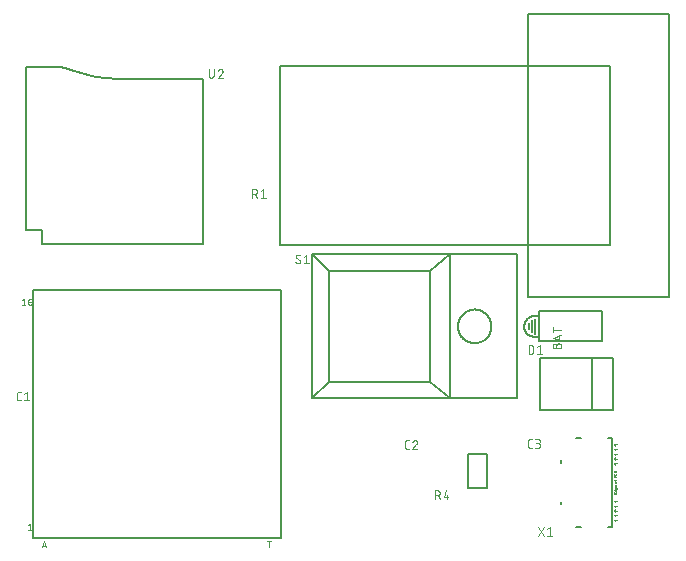
<source format=gbr>
G04 EAGLE Gerber RS-274X export*
G75*
%MOMM*%
%FSLAX34Y34*%
%LPD*%
%INSilkscreen Top*%
%IPPOS*%
%AMOC8*
5,1,8,0,0,1.08239X$1,22.5*%
G01*
%ADD10C,0.127000*%
%ADD11C,0.076200*%
%ADD12C,0.203200*%
%ADD13C,0.101600*%
%ADD14C,0.038100*%
%ADD15C,0.025400*%
%ADD16C,0.152400*%


D10*
X227320Y213604D02*
X17320Y213604D01*
X17320Y3604D01*
X227320Y3604D01*
X227320Y213604D01*
D11*
X26670Y1143D02*
X24892Y-4191D01*
X28448Y-4191D02*
X26670Y1143D01*
X28004Y-2858D02*
X25337Y-2858D01*
X217170Y-4191D02*
X217170Y1143D01*
X215688Y1143D02*
X218652Y1143D01*
X14647Y15621D02*
X13166Y14436D01*
X14647Y15621D02*
X14647Y10287D01*
X13166Y10287D02*
X16129Y10287D01*
X7679Y204936D02*
X9161Y206121D01*
X9161Y200787D01*
X7679Y200787D02*
X10643Y200787D01*
X13166Y203750D02*
X14944Y203750D01*
X15010Y203748D01*
X15077Y203743D01*
X15142Y203733D01*
X15208Y203720D01*
X15272Y203704D01*
X15335Y203684D01*
X15397Y203660D01*
X15458Y203633D01*
X15517Y203602D01*
X15574Y203568D01*
X15630Y203531D01*
X15683Y203491D01*
X15734Y203449D01*
X15782Y203403D01*
X15828Y203355D01*
X15870Y203304D01*
X15910Y203251D01*
X15947Y203195D01*
X15981Y203138D01*
X16012Y203079D01*
X16039Y203018D01*
X16063Y202956D01*
X16083Y202893D01*
X16099Y202829D01*
X16112Y202763D01*
X16122Y202698D01*
X16127Y202631D01*
X16129Y202565D01*
X16129Y202269D01*
X16127Y202193D01*
X16121Y202117D01*
X16111Y202041D01*
X16098Y201966D01*
X16080Y201892D01*
X16059Y201818D01*
X16034Y201746D01*
X16005Y201676D01*
X15973Y201606D01*
X15937Y201539D01*
X15897Y201474D01*
X15855Y201410D01*
X15809Y201349D01*
X15760Y201291D01*
X15708Y201235D01*
X15654Y201181D01*
X15596Y201131D01*
X15537Y201084D01*
X15474Y201039D01*
X15410Y200998D01*
X15344Y200961D01*
X15275Y200927D01*
X15205Y200896D01*
X15134Y200869D01*
X15061Y200846D01*
X14987Y200827D01*
X14913Y200811D01*
X14837Y200799D01*
X14761Y200791D01*
X14685Y200787D01*
X14609Y200787D01*
X14533Y200791D01*
X14457Y200799D01*
X14381Y200811D01*
X14307Y200827D01*
X14233Y200846D01*
X14160Y200869D01*
X14089Y200896D01*
X14019Y200927D01*
X13950Y200961D01*
X13884Y200998D01*
X13820Y201039D01*
X13757Y201084D01*
X13698Y201131D01*
X13640Y201181D01*
X13586Y201235D01*
X13534Y201291D01*
X13485Y201349D01*
X13439Y201410D01*
X13397Y201474D01*
X13357Y201539D01*
X13321Y201606D01*
X13289Y201676D01*
X13260Y201746D01*
X13235Y201818D01*
X13214Y201892D01*
X13196Y201966D01*
X13183Y202041D01*
X13173Y202117D01*
X13167Y202193D01*
X13165Y202269D01*
X13166Y202269D02*
X13166Y203750D01*
X13165Y203750D02*
X13167Y203845D01*
X13173Y203941D01*
X13182Y204036D01*
X13196Y204130D01*
X13213Y204224D01*
X13234Y204317D01*
X13259Y204410D01*
X13287Y204501D01*
X13319Y204591D01*
X13355Y204679D01*
X13394Y204766D01*
X13437Y204852D01*
X13483Y204935D01*
X13532Y205017D01*
X13585Y205097D01*
X13641Y205174D01*
X13699Y205250D01*
X13761Y205322D01*
X13826Y205392D01*
X13894Y205460D01*
X13964Y205525D01*
X14036Y205587D01*
X14112Y205645D01*
X14189Y205701D01*
X14269Y205754D01*
X14350Y205803D01*
X14434Y205849D01*
X14520Y205892D01*
X14607Y205931D01*
X14695Y205967D01*
X14785Y205999D01*
X14876Y206027D01*
X14969Y206052D01*
X15062Y206073D01*
X15156Y206090D01*
X15250Y206104D01*
X15345Y206113D01*
X15440Y206119D01*
X15536Y206121D01*
D12*
X370009Y243881D02*
X426909Y243881D01*
X370009Y243881D02*
X253811Y243881D01*
X253811Y121879D01*
X370009Y121879D01*
X426909Y121879D01*
X426909Y243881D01*
X370009Y243881D02*
X370009Y121879D01*
X353060Y229870D02*
X370009Y243881D01*
X353060Y229870D02*
X353060Y135890D01*
X370009Y121879D01*
X267970Y229870D02*
X253811Y243881D01*
X267970Y229870D02*
X267970Y135890D01*
X253811Y121879D01*
X267970Y135890D02*
X353060Y135890D01*
X353060Y229870D02*
X267970Y229870D01*
X376961Y182880D02*
X376965Y183228D01*
X376978Y183577D01*
X376999Y183925D01*
X377029Y184272D01*
X377068Y184618D01*
X377115Y184963D01*
X377170Y185307D01*
X377234Y185650D01*
X377306Y185991D01*
X377387Y186330D01*
X377475Y186667D01*
X377572Y187002D01*
X377678Y187334D01*
X377791Y187663D01*
X377912Y187990D01*
X378042Y188314D01*
X378179Y188634D01*
X378324Y188951D01*
X378477Y189264D01*
X378638Y189573D01*
X378806Y189879D01*
X378981Y190180D01*
X379164Y190476D01*
X379354Y190769D01*
X379551Y191056D01*
X379755Y191338D01*
X379966Y191616D01*
X380184Y191888D01*
X380408Y192154D01*
X380639Y192415D01*
X380876Y192671D01*
X381120Y192920D01*
X381369Y193164D01*
X381625Y193401D01*
X381886Y193632D01*
X382152Y193856D01*
X382424Y194074D01*
X382702Y194285D01*
X382984Y194489D01*
X383271Y194686D01*
X383564Y194876D01*
X383860Y195059D01*
X384161Y195234D01*
X384467Y195402D01*
X384776Y195563D01*
X385089Y195716D01*
X385406Y195861D01*
X385726Y195998D01*
X386050Y196128D01*
X386377Y196249D01*
X386706Y196362D01*
X387038Y196468D01*
X387373Y196565D01*
X387710Y196653D01*
X388049Y196734D01*
X388390Y196806D01*
X388733Y196870D01*
X389077Y196925D01*
X389422Y196972D01*
X389768Y197011D01*
X390115Y197041D01*
X390463Y197062D01*
X390812Y197075D01*
X391160Y197079D01*
X391508Y197075D01*
X391857Y197062D01*
X392205Y197041D01*
X392552Y197011D01*
X392898Y196972D01*
X393243Y196925D01*
X393587Y196870D01*
X393930Y196806D01*
X394271Y196734D01*
X394610Y196653D01*
X394947Y196565D01*
X395282Y196468D01*
X395614Y196362D01*
X395943Y196249D01*
X396270Y196128D01*
X396594Y195998D01*
X396914Y195861D01*
X397231Y195716D01*
X397544Y195563D01*
X397853Y195402D01*
X398159Y195234D01*
X398460Y195059D01*
X398756Y194876D01*
X399049Y194686D01*
X399336Y194489D01*
X399618Y194285D01*
X399896Y194074D01*
X400168Y193856D01*
X400434Y193632D01*
X400695Y193401D01*
X400951Y193164D01*
X401200Y192920D01*
X401444Y192671D01*
X401681Y192415D01*
X401912Y192154D01*
X402136Y191888D01*
X402354Y191616D01*
X402565Y191338D01*
X402769Y191056D01*
X402966Y190769D01*
X403156Y190476D01*
X403339Y190180D01*
X403514Y189879D01*
X403682Y189573D01*
X403843Y189264D01*
X403996Y188951D01*
X404141Y188634D01*
X404278Y188314D01*
X404408Y187990D01*
X404529Y187663D01*
X404642Y187334D01*
X404748Y187002D01*
X404845Y186667D01*
X404933Y186330D01*
X405014Y185991D01*
X405086Y185650D01*
X405150Y185307D01*
X405205Y184963D01*
X405252Y184618D01*
X405291Y184272D01*
X405321Y183925D01*
X405342Y183577D01*
X405355Y183228D01*
X405359Y182880D01*
X405355Y182532D01*
X405342Y182183D01*
X405321Y181835D01*
X405291Y181488D01*
X405252Y181142D01*
X405205Y180797D01*
X405150Y180453D01*
X405086Y180110D01*
X405014Y179769D01*
X404933Y179430D01*
X404845Y179093D01*
X404748Y178758D01*
X404642Y178426D01*
X404529Y178097D01*
X404408Y177770D01*
X404278Y177446D01*
X404141Y177126D01*
X403996Y176809D01*
X403843Y176496D01*
X403682Y176187D01*
X403514Y175881D01*
X403339Y175580D01*
X403156Y175284D01*
X402966Y174991D01*
X402769Y174704D01*
X402565Y174422D01*
X402354Y174144D01*
X402136Y173872D01*
X401912Y173606D01*
X401681Y173345D01*
X401444Y173089D01*
X401200Y172840D01*
X400951Y172596D01*
X400695Y172359D01*
X400434Y172128D01*
X400168Y171904D01*
X399896Y171686D01*
X399618Y171475D01*
X399336Y171271D01*
X399049Y171074D01*
X398756Y170884D01*
X398460Y170701D01*
X398159Y170526D01*
X397853Y170358D01*
X397544Y170197D01*
X397231Y170044D01*
X396914Y169899D01*
X396594Y169762D01*
X396270Y169632D01*
X395943Y169511D01*
X395614Y169398D01*
X395282Y169292D01*
X394947Y169195D01*
X394610Y169107D01*
X394271Y169026D01*
X393930Y168954D01*
X393587Y168890D01*
X393243Y168835D01*
X392898Y168788D01*
X392552Y168749D01*
X392205Y168719D01*
X391857Y168698D01*
X391508Y168685D01*
X391160Y168681D01*
X390812Y168685D01*
X390463Y168698D01*
X390115Y168719D01*
X389768Y168749D01*
X389422Y168788D01*
X389077Y168835D01*
X388733Y168890D01*
X388390Y168954D01*
X388049Y169026D01*
X387710Y169107D01*
X387373Y169195D01*
X387038Y169292D01*
X386706Y169398D01*
X386377Y169511D01*
X386050Y169632D01*
X385726Y169762D01*
X385406Y169899D01*
X385089Y170044D01*
X384776Y170197D01*
X384467Y170358D01*
X384161Y170526D01*
X383860Y170701D01*
X383564Y170884D01*
X383271Y171074D01*
X382984Y171271D01*
X382702Y171475D01*
X382424Y171686D01*
X382152Y171904D01*
X381886Y172128D01*
X381625Y172359D01*
X381369Y172596D01*
X381120Y172840D01*
X380876Y173089D01*
X380639Y173345D01*
X380408Y173606D01*
X380184Y173872D01*
X379966Y174144D01*
X379755Y174422D01*
X379551Y174704D01*
X379354Y174991D01*
X379164Y175284D01*
X378981Y175580D01*
X378806Y175881D01*
X378638Y176187D01*
X378477Y176496D01*
X378324Y176809D01*
X378179Y177126D01*
X378042Y177446D01*
X377912Y177770D01*
X377791Y178097D01*
X377678Y178426D01*
X377572Y178758D01*
X377475Y179093D01*
X377387Y179430D01*
X377306Y179769D01*
X377234Y180110D01*
X377170Y180453D01*
X377115Y180797D01*
X377068Y181142D01*
X377029Y181488D01*
X376999Y181835D01*
X376978Y182183D01*
X376965Y182532D01*
X376961Y182880D01*
D11*
X243487Y237730D02*
X243485Y237652D01*
X243480Y237574D01*
X243470Y237497D01*
X243457Y237420D01*
X243441Y237344D01*
X243421Y237269D01*
X243397Y237195D01*
X243370Y237122D01*
X243339Y237050D01*
X243305Y236980D01*
X243268Y236912D01*
X243227Y236845D01*
X243183Y236780D01*
X243137Y236718D01*
X243087Y236658D01*
X243035Y236600D01*
X242980Y236545D01*
X242922Y236493D01*
X242862Y236443D01*
X242800Y236397D01*
X242735Y236353D01*
X242669Y236312D01*
X242600Y236275D01*
X242530Y236241D01*
X242458Y236210D01*
X242385Y236183D01*
X242311Y236159D01*
X242236Y236139D01*
X242160Y236123D01*
X242083Y236110D01*
X242006Y236100D01*
X241928Y236095D01*
X241850Y236093D01*
X241736Y236095D01*
X241623Y236100D01*
X241509Y236110D01*
X241396Y236123D01*
X241284Y236140D01*
X241172Y236160D01*
X241061Y236184D01*
X240950Y236212D01*
X240841Y236243D01*
X240733Y236278D01*
X240626Y236317D01*
X240520Y236359D01*
X240416Y236404D01*
X240313Y236453D01*
X240212Y236506D01*
X240113Y236561D01*
X240015Y236620D01*
X239920Y236682D01*
X239827Y236747D01*
X239735Y236815D01*
X239647Y236886D01*
X239560Y236960D01*
X239476Y237037D01*
X239395Y237116D01*
X239599Y241822D02*
X239601Y241900D01*
X239606Y241978D01*
X239616Y242055D01*
X239629Y242132D01*
X239645Y242208D01*
X239665Y242283D01*
X239689Y242357D01*
X239716Y242430D01*
X239747Y242502D01*
X239781Y242572D01*
X239818Y242641D01*
X239859Y242707D01*
X239903Y242772D01*
X239949Y242834D01*
X239999Y242894D01*
X240051Y242952D01*
X240106Y243007D01*
X240164Y243059D01*
X240224Y243109D01*
X240286Y243155D01*
X240351Y243199D01*
X240418Y243240D01*
X240486Y243277D01*
X240556Y243311D01*
X240628Y243342D01*
X240701Y243369D01*
X240775Y243393D01*
X240850Y243413D01*
X240926Y243429D01*
X241003Y243442D01*
X241080Y243452D01*
X241158Y243457D01*
X241236Y243459D01*
X241346Y243457D01*
X241455Y243451D01*
X241565Y243441D01*
X241673Y243428D01*
X241782Y243410D01*
X241889Y243389D01*
X241996Y243363D01*
X242102Y243334D01*
X242207Y243302D01*
X242310Y243265D01*
X242412Y243225D01*
X242513Y243181D01*
X242612Y243133D01*
X242709Y243083D01*
X242804Y243028D01*
X242897Y242970D01*
X242988Y242909D01*
X243077Y242845D01*
X240418Y240389D02*
X240351Y240431D01*
X240286Y240475D01*
X240224Y240523D01*
X240164Y240573D01*
X240106Y240626D01*
X240051Y240682D01*
X239999Y240741D01*
X239949Y240801D01*
X239902Y240865D01*
X239859Y240930D01*
X239818Y240997D01*
X239781Y241066D01*
X239747Y241137D01*
X239716Y241209D01*
X239689Y241283D01*
X239665Y241357D01*
X239645Y241433D01*
X239629Y241510D01*
X239616Y241587D01*
X239606Y241665D01*
X239601Y241744D01*
X239599Y241822D01*
X242669Y239162D02*
X242735Y239120D01*
X242800Y239076D01*
X242862Y239029D01*
X242922Y238978D01*
X242980Y238925D01*
X243035Y238869D01*
X243088Y238811D01*
X243137Y238750D01*
X243184Y238687D01*
X243227Y238622D01*
X243268Y238555D01*
X243305Y238486D01*
X243339Y238415D01*
X243370Y238343D01*
X243397Y238269D01*
X243421Y238194D01*
X243441Y238119D01*
X243457Y238042D01*
X243470Y237965D01*
X243480Y237887D01*
X243485Y237808D01*
X243487Y237730D01*
X242669Y239162D02*
X240418Y240390D01*
X246466Y241822D02*
X248512Y243459D01*
X248512Y236093D01*
X246466Y236093D02*
X250559Y236093D01*
D13*
X6774Y120142D02*
X5193Y120142D01*
X5115Y120144D01*
X5038Y120150D01*
X4961Y120159D01*
X4885Y120172D01*
X4809Y120189D01*
X4734Y120210D01*
X4661Y120234D01*
X4588Y120262D01*
X4517Y120294D01*
X4448Y120329D01*
X4381Y120367D01*
X4315Y120408D01*
X4252Y120453D01*
X4191Y120501D01*
X4132Y120551D01*
X4076Y120605D01*
X4022Y120661D01*
X3972Y120720D01*
X3924Y120781D01*
X3879Y120844D01*
X3838Y120910D01*
X3800Y120977D01*
X3765Y121046D01*
X3733Y121117D01*
X3705Y121190D01*
X3681Y121263D01*
X3660Y121338D01*
X3643Y121414D01*
X3630Y121490D01*
X3621Y121567D01*
X3615Y121644D01*
X3613Y121722D01*
X3613Y125674D01*
X3615Y125752D01*
X3621Y125829D01*
X3630Y125906D01*
X3643Y125982D01*
X3660Y126058D01*
X3681Y126133D01*
X3705Y126206D01*
X3733Y126279D01*
X3765Y126350D01*
X3800Y126419D01*
X3838Y126486D01*
X3879Y126552D01*
X3924Y126615D01*
X3972Y126676D01*
X4022Y126735D01*
X4076Y126791D01*
X4132Y126845D01*
X4191Y126895D01*
X4252Y126943D01*
X4315Y126988D01*
X4381Y127029D01*
X4448Y127067D01*
X4517Y127102D01*
X4588Y127134D01*
X4661Y127162D01*
X4734Y127186D01*
X4809Y127207D01*
X4885Y127224D01*
X4961Y127237D01*
X5038Y127246D01*
X5115Y127252D01*
X5193Y127254D01*
X6774Y127254D01*
X9736Y125674D02*
X11712Y127254D01*
X11712Y120142D01*
X13687Y120142D02*
X9736Y120142D01*
D10*
X11176Y264160D02*
X11176Y402590D01*
X36487Y402590D01*
X37168Y402582D01*
X37849Y402557D01*
X38529Y402516D01*
X39208Y402458D01*
X39886Y402384D01*
X40561Y402293D01*
X41234Y402186D01*
X41905Y402063D01*
X42572Y401923D01*
X43235Y401767D01*
X43895Y401595D01*
X44550Y401408D01*
X45200Y401204D01*
X45846Y400985D01*
X46486Y400750D01*
X49379Y399688D01*
X52296Y398696D01*
X55237Y397776D01*
X58200Y396927D01*
X61182Y396151D01*
X64182Y395446D01*
X67198Y394815D01*
X70229Y394258D01*
X73272Y393774D01*
X76326Y393364D01*
X79389Y393028D01*
X82460Y392766D01*
X85536Y392580D01*
X88615Y392467D01*
X91697Y392430D01*
X161036Y392430D01*
X161036Y252730D01*
X25146Y252730D01*
X25146Y264160D01*
X11176Y264160D01*
D11*
X166022Y395365D02*
X166022Y400685D01*
X166022Y395365D02*
X166024Y395276D01*
X166030Y395187D01*
X166040Y395098D01*
X166053Y395010D01*
X166070Y394922D01*
X166092Y394835D01*
X166117Y394750D01*
X166145Y394665D01*
X166178Y394582D01*
X166214Y394500D01*
X166253Y394420D01*
X166296Y394342D01*
X166342Y394266D01*
X166392Y394191D01*
X166445Y394119D01*
X166501Y394050D01*
X166560Y393983D01*
X166621Y393918D01*
X166686Y393857D01*
X166753Y393798D01*
X166822Y393742D01*
X166894Y393689D01*
X166969Y393639D01*
X167045Y393593D01*
X167123Y393550D01*
X167203Y393511D01*
X167285Y393475D01*
X167368Y393442D01*
X167453Y393414D01*
X167538Y393389D01*
X167625Y393367D01*
X167713Y393350D01*
X167801Y393337D01*
X167890Y393327D01*
X167979Y393321D01*
X168068Y393319D01*
X168157Y393321D01*
X168246Y393327D01*
X168335Y393337D01*
X168423Y393350D01*
X168511Y393367D01*
X168598Y393389D01*
X168683Y393414D01*
X168768Y393442D01*
X168851Y393475D01*
X168933Y393511D01*
X169013Y393550D01*
X169091Y393593D01*
X169167Y393639D01*
X169242Y393689D01*
X169314Y393742D01*
X169383Y393798D01*
X169450Y393857D01*
X169515Y393918D01*
X169576Y393983D01*
X169635Y394050D01*
X169691Y394119D01*
X169744Y394191D01*
X169794Y394266D01*
X169840Y394342D01*
X169883Y394420D01*
X169922Y394500D01*
X169958Y394582D01*
X169991Y394665D01*
X170019Y394750D01*
X170044Y394835D01*
X170066Y394922D01*
X170083Y395010D01*
X170096Y395098D01*
X170106Y395187D01*
X170112Y395276D01*
X170114Y395365D01*
X170114Y400685D01*
X175832Y400686D02*
X175917Y400684D01*
X176002Y400678D01*
X176086Y400668D01*
X176170Y400655D01*
X176254Y400637D01*
X176336Y400616D01*
X176417Y400591D01*
X176497Y400562D01*
X176576Y400529D01*
X176653Y400493D01*
X176728Y400453D01*
X176802Y400410D01*
X176873Y400364D01*
X176942Y400314D01*
X177009Y400261D01*
X177073Y400205D01*
X177134Y400146D01*
X177193Y400085D01*
X177249Y400021D01*
X177302Y399954D01*
X177352Y399885D01*
X177398Y399814D01*
X177441Y399740D01*
X177481Y399665D01*
X177517Y399588D01*
X177550Y399509D01*
X177579Y399429D01*
X177604Y399348D01*
X177625Y399266D01*
X177643Y399182D01*
X177656Y399098D01*
X177666Y399014D01*
X177672Y398929D01*
X177674Y398844D01*
X175832Y400685D02*
X175736Y400683D01*
X175640Y400677D01*
X175545Y400667D01*
X175450Y400654D01*
X175355Y400636D01*
X175262Y400615D01*
X175169Y400590D01*
X175078Y400561D01*
X174987Y400529D01*
X174898Y400493D01*
X174811Y400453D01*
X174725Y400410D01*
X174641Y400364D01*
X174559Y400314D01*
X174479Y400260D01*
X174402Y400204D01*
X174327Y400144D01*
X174254Y400082D01*
X174184Y400016D01*
X174116Y399948D01*
X174051Y399877D01*
X173990Y399804D01*
X173931Y399728D01*
X173875Y399649D01*
X173823Y399569D01*
X173774Y399486D01*
X173728Y399402D01*
X173686Y399316D01*
X173648Y399228D01*
X173613Y399139D01*
X173581Y399048D01*
X177059Y397412D02*
X177119Y397471D01*
X177176Y397533D01*
X177231Y397597D01*
X177282Y397664D01*
X177331Y397733D01*
X177377Y397803D01*
X177420Y397876D01*
X177460Y397950D01*
X177496Y398026D01*
X177529Y398104D01*
X177559Y398183D01*
X177586Y398263D01*
X177609Y398344D01*
X177628Y398426D01*
X177644Y398508D01*
X177657Y398592D01*
X177666Y398676D01*
X177671Y398760D01*
X177673Y398844D01*
X177059Y397411D02*
X173581Y393319D01*
X177673Y393319D01*
D10*
X226060Y403460D02*
X226060Y251460D01*
X226060Y403460D02*
X506060Y403460D01*
X506060Y251460D01*
X226060Y251460D01*
X436060Y207460D02*
X436060Y447460D01*
X556060Y447460D01*
X556060Y207460D01*
X436060Y207460D01*
D13*
X202945Y291846D02*
X202945Y298958D01*
X204921Y298958D01*
X205008Y298956D01*
X205096Y298950D01*
X205183Y298941D01*
X205269Y298927D01*
X205355Y298910D01*
X205439Y298889D01*
X205523Y298864D01*
X205606Y298835D01*
X205687Y298803D01*
X205767Y298768D01*
X205845Y298729D01*
X205922Y298686D01*
X205996Y298640D01*
X206068Y298591D01*
X206138Y298539D01*
X206206Y298483D01*
X206271Y298425D01*
X206334Y298364D01*
X206393Y298300D01*
X206450Y298233D01*
X206504Y298165D01*
X206555Y298093D01*
X206602Y298020D01*
X206647Y297945D01*
X206688Y297867D01*
X206725Y297788D01*
X206759Y297708D01*
X206789Y297626D01*
X206816Y297543D01*
X206839Y297458D01*
X206858Y297373D01*
X206873Y297287D01*
X206885Y297200D01*
X206893Y297113D01*
X206897Y297026D01*
X206897Y296938D01*
X206893Y296851D01*
X206885Y296764D01*
X206873Y296677D01*
X206858Y296591D01*
X206839Y296506D01*
X206816Y296421D01*
X206789Y296338D01*
X206759Y296256D01*
X206725Y296176D01*
X206688Y296097D01*
X206647Y296019D01*
X206602Y295944D01*
X206555Y295871D01*
X206504Y295799D01*
X206450Y295731D01*
X206393Y295664D01*
X206334Y295600D01*
X206271Y295539D01*
X206206Y295481D01*
X206138Y295425D01*
X206068Y295373D01*
X205996Y295324D01*
X205922Y295278D01*
X205845Y295235D01*
X205767Y295196D01*
X205687Y295161D01*
X205606Y295129D01*
X205523Y295100D01*
X205439Y295075D01*
X205355Y295054D01*
X205269Y295037D01*
X205183Y295023D01*
X205096Y295014D01*
X205008Y295008D01*
X204921Y295006D01*
X204921Y295007D02*
X202945Y295007D01*
X205316Y295007D02*
X206896Y291846D01*
X210200Y297378D02*
X212175Y298958D01*
X212175Y291846D01*
X210200Y291846D02*
X214151Y291846D01*
D10*
X385250Y46006D02*
X401250Y46006D01*
X401250Y75006D01*
X385250Y75006D01*
X385250Y46006D01*
X507260Y13300D02*
X507260Y88300D01*
X507260Y13300D02*
X503960Y13300D01*
X503960Y88300D02*
X507260Y88300D01*
X481560Y88300D02*
X476960Y88300D01*
X476960Y13300D02*
X481560Y13300D01*
X464260Y32000D02*
X464260Y34100D01*
X464260Y67500D02*
X464260Y69600D01*
D14*
X508760Y34800D02*
X511260Y34800D01*
X509760Y35800D02*
X508760Y34800D01*
X509760Y33800D01*
X508760Y30800D02*
X511260Y30800D01*
X509760Y31800D02*
X508760Y30800D01*
X509760Y29800D01*
X508760Y26800D02*
X511260Y26800D01*
X509760Y27800D02*
X508760Y26800D01*
X509760Y25800D01*
X508760Y22800D02*
X511260Y22800D01*
X509760Y23800D02*
X508760Y22800D01*
X509760Y21800D01*
X508760Y18800D02*
X511260Y18800D01*
X509760Y19800D02*
X508760Y18800D01*
X509760Y17800D01*
X508760Y82800D02*
X511260Y82800D01*
X509760Y83800D02*
X508760Y82800D01*
X509760Y81800D01*
X508760Y78800D02*
X511260Y78800D01*
X509760Y79800D02*
X508760Y78800D01*
X509760Y77800D01*
X508760Y74800D02*
X511260Y74800D01*
X509760Y75800D02*
X508760Y74800D01*
X509760Y73800D01*
X508760Y70800D02*
X511260Y70800D01*
X509760Y71800D02*
X508760Y70800D01*
X509760Y69800D01*
X508760Y66800D02*
X511260Y66800D01*
X509760Y67800D02*
X508760Y66800D01*
X509760Y65800D01*
D15*
X511173Y42173D02*
X511173Y41157D01*
X508887Y41157D01*
X508887Y42173D01*
X509903Y41919D02*
X509903Y41157D01*
X508887Y44034D02*
X511173Y44034D01*
X511173Y43399D01*
X511171Y43362D01*
X511166Y43325D01*
X511157Y43288D01*
X511144Y43253D01*
X511128Y43219D01*
X511109Y43187D01*
X511087Y43157D01*
X511061Y43130D01*
X511034Y43104D01*
X511004Y43082D01*
X510972Y43063D01*
X510938Y43047D01*
X510903Y43034D01*
X510866Y43025D01*
X510829Y43020D01*
X510792Y43018D01*
X510030Y43018D01*
X509993Y43020D01*
X509956Y43025D01*
X509919Y43034D01*
X509884Y43047D01*
X509850Y43063D01*
X509818Y43082D01*
X509788Y43104D01*
X509761Y43130D01*
X509735Y43157D01*
X509713Y43187D01*
X509694Y43219D01*
X509678Y43253D01*
X509665Y43288D01*
X509656Y43325D01*
X509651Y43362D01*
X509649Y43399D01*
X509649Y44034D01*
X511173Y45457D02*
X511173Y46092D01*
X511173Y45457D02*
X511171Y45420D01*
X511166Y45383D01*
X511157Y45346D01*
X511144Y45311D01*
X511128Y45277D01*
X511109Y45245D01*
X511087Y45215D01*
X511061Y45188D01*
X511034Y45162D01*
X511004Y45140D01*
X510972Y45121D01*
X510938Y45105D01*
X510903Y45092D01*
X510866Y45083D01*
X510829Y45078D01*
X510792Y45076D01*
X510030Y45076D01*
X509993Y45078D01*
X509956Y45083D01*
X509919Y45092D01*
X509884Y45105D01*
X509850Y45121D01*
X509818Y45140D01*
X509788Y45162D01*
X509761Y45188D01*
X509735Y45215D01*
X509713Y45245D01*
X509694Y45277D01*
X509678Y45311D01*
X509665Y45346D01*
X509656Y45383D01*
X509651Y45420D01*
X509649Y45457D01*
X509649Y46092D01*
X511554Y46092D01*
X511591Y46090D01*
X511628Y46085D01*
X511665Y46076D01*
X511700Y46063D01*
X511734Y46047D01*
X511766Y46028D01*
X511796Y46006D01*
X511823Y45980D01*
X511849Y45953D01*
X511871Y45923D01*
X511890Y45891D01*
X511906Y45857D01*
X511919Y45822D01*
X511928Y45785D01*
X511933Y45748D01*
X511935Y45711D01*
X511935Y45203D01*
X511173Y47527D02*
X511173Y48162D01*
X511173Y47527D02*
X511171Y47490D01*
X511166Y47453D01*
X511157Y47416D01*
X511144Y47381D01*
X511128Y47347D01*
X511109Y47315D01*
X511087Y47285D01*
X511061Y47258D01*
X511034Y47232D01*
X511004Y47210D01*
X510972Y47191D01*
X510938Y47175D01*
X510903Y47162D01*
X510866Y47153D01*
X510829Y47148D01*
X510792Y47146D01*
X510157Y47146D01*
X510113Y47148D01*
X510069Y47154D01*
X510026Y47163D01*
X509983Y47177D01*
X509942Y47194D01*
X509903Y47214D01*
X509866Y47238D01*
X509830Y47265D01*
X509798Y47295D01*
X509768Y47327D01*
X509741Y47363D01*
X509717Y47400D01*
X509697Y47439D01*
X509680Y47480D01*
X509666Y47523D01*
X509657Y47566D01*
X509651Y47610D01*
X509649Y47654D01*
X509651Y47698D01*
X509657Y47742D01*
X509666Y47785D01*
X509680Y47828D01*
X509697Y47869D01*
X509717Y47908D01*
X509741Y47945D01*
X509768Y47981D01*
X509798Y48013D01*
X509830Y48043D01*
X509866Y48070D01*
X509903Y48094D01*
X509942Y48114D01*
X509983Y48131D01*
X510026Y48145D01*
X510069Y48154D01*
X510113Y48160D01*
X510157Y48162D01*
X510411Y48162D01*
X510411Y47146D01*
X510665Y50347D02*
X510157Y50347D01*
X510113Y50349D01*
X510069Y50355D01*
X510026Y50364D01*
X509983Y50378D01*
X509942Y50395D01*
X509903Y50415D01*
X509866Y50439D01*
X509830Y50466D01*
X509798Y50496D01*
X509768Y50528D01*
X509741Y50564D01*
X509717Y50601D01*
X509697Y50640D01*
X509680Y50681D01*
X509666Y50724D01*
X509657Y50767D01*
X509651Y50811D01*
X509649Y50855D01*
X509651Y50899D01*
X509657Y50943D01*
X509666Y50986D01*
X509680Y51029D01*
X509697Y51070D01*
X509717Y51109D01*
X509741Y51146D01*
X509768Y51182D01*
X509798Y51214D01*
X509830Y51244D01*
X509866Y51271D01*
X509903Y51295D01*
X509942Y51315D01*
X509983Y51332D01*
X510026Y51346D01*
X510069Y51355D01*
X510113Y51361D01*
X510157Y51363D01*
X510665Y51363D01*
X510709Y51361D01*
X510753Y51355D01*
X510796Y51346D01*
X510839Y51332D01*
X510880Y51315D01*
X510919Y51295D01*
X510956Y51271D01*
X510992Y51244D01*
X511024Y51214D01*
X511054Y51182D01*
X511081Y51146D01*
X511105Y51109D01*
X511125Y51070D01*
X511142Y51029D01*
X511156Y50986D01*
X511165Y50943D01*
X511171Y50899D01*
X511173Y50855D01*
X511171Y50811D01*
X511165Y50767D01*
X511156Y50724D01*
X511142Y50681D01*
X511125Y50640D01*
X511105Y50601D01*
X511081Y50564D01*
X511054Y50528D01*
X511024Y50496D01*
X510992Y50466D01*
X510956Y50439D01*
X510919Y50415D01*
X510880Y50395D01*
X510839Y50378D01*
X510796Y50364D01*
X510753Y50355D01*
X510709Y50349D01*
X510665Y50347D01*
X511173Y52450D02*
X509268Y52450D01*
X509231Y52452D01*
X509194Y52457D01*
X509157Y52466D01*
X509122Y52479D01*
X509088Y52495D01*
X509056Y52514D01*
X509026Y52536D01*
X508999Y52562D01*
X508973Y52589D01*
X508951Y52619D01*
X508932Y52651D01*
X508916Y52685D01*
X508903Y52720D01*
X508894Y52757D01*
X508889Y52794D01*
X508887Y52831D01*
X508887Y52958D01*
X509649Y52958D02*
X509649Y52196D01*
X508887Y54982D02*
X511173Y54982D01*
X508887Y54982D02*
X508887Y55617D01*
X508889Y55666D01*
X508894Y55714D01*
X508904Y55762D01*
X508917Y55809D01*
X508933Y55854D01*
X508953Y55899D01*
X508976Y55941D01*
X509003Y55982D01*
X509032Y56021D01*
X509064Y56057D01*
X509100Y56091D01*
X509137Y56122D01*
X509177Y56150D01*
X509219Y56175D01*
X509262Y56196D01*
X509307Y56215D01*
X509354Y56229D01*
X509401Y56240D01*
X509449Y56248D01*
X509498Y56252D01*
X509546Y56252D01*
X509595Y56248D01*
X509643Y56240D01*
X509690Y56229D01*
X509737Y56215D01*
X509782Y56196D01*
X509825Y56175D01*
X509867Y56150D01*
X509907Y56122D01*
X509944Y56091D01*
X509980Y56057D01*
X510012Y56021D01*
X510041Y55982D01*
X510068Y55941D01*
X510091Y55899D01*
X510111Y55854D01*
X510127Y55809D01*
X510140Y55762D01*
X510150Y55714D01*
X510155Y55666D01*
X510157Y55617D01*
X510157Y54982D01*
X511173Y57654D02*
X511173Y58162D01*
X511173Y57654D02*
X511171Y57610D01*
X511165Y57566D01*
X511156Y57523D01*
X511142Y57480D01*
X511125Y57439D01*
X511105Y57400D01*
X511081Y57363D01*
X511054Y57327D01*
X511024Y57295D01*
X510992Y57265D01*
X510956Y57238D01*
X510919Y57214D01*
X510880Y57194D01*
X510839Y57177D01*
X510796Y57163D01*
X510753Y57154D01*
X510709Y57148D01*
X510665Y57146D01*
X509395Y57146D01*
X509351Y57148D01*
X509307Y57154D01*
X509264Y57163D01*
X509221Y57177D01*
X509180Y57194D01*
X509141Y57214D01*
X509104Y57238D01*
X509068Y57265D01*
X509036Y57295D01*
X509006Y57327D01*
X508979Y57363D01*
X508955Y57400D01*
X508935Y57439D01*
X508918Y57480D01*
X508904Y57523D01*
X508895Y57566D01*
X508889Y57610D01*
X508887Y57654D01*
X508887Y58162D01*
X509903Y59173D02*
X509903Y59808D01*
X509905Y59857D01*
X509910Y59905D01*
X509920Y59953D01*
X509933Y60000D01*
X509949Y60045D01*
X509969Y60090D01*
X509992Y60132D01*
X510019Y60173D01*
X510048Y60212D01*
X510080Y60248D01*
X510116Y60282D01*
X510153Y60313D01*
X510193Y60341D01*
X510235Y60366D01*
X510278Y60387D01*
X510323Y60406D01*
X510370Y60420D01*
X510417Y60431D01*
X510465Y60439D01*
X510514Y60443D01*
X510562Y60443D01*
X510611Y60439D01*
X510659Y60431D01*
X510706Y60420D01*
X510753Y60406D01*
X510798Y60387D01*
X510841Y60366D01*
X510883Y60341D01*
X510923Y60313D01*
X510960Y60282D01*
X510996Y60248D01*
X511028Y60212D01*
X511057Y60173D01*
X511084Y60132D01*
X511107Y60090D01*
X511127Y60045D01*
X511143Y60000D01*
X511156Y59953D01*
X511166Y59905D01*
X511171Y59857D01*
X511173Y59808D01*
X511173Y59173D01*
X508887Y59173D01*
X508887Y59808D01*
X508889Y59852D01*
X508895Y59896D01*
X508904Y59939D01*
X508918Y59982D01*
X508935Y60023D01*
X508955Y60062D01*
X508979Y60099D01*
X509006Y60135D01*
X509036Y60167D01*
X509068Y60197D01*
X509104Y60224D01*
X509141Y60248D01*
X509180Y60268D01*
X509221Y60285D01*
X509264Y60299D01*
X509307Y60308D01*
X509351Y60314D01*
X509395Y60316D01*
X509439Y60314D01*
X509483Y60308D01*
X509526Y60299D01*
X509569Y60285D01*
X509610Y60268D01*
X509649Y60248D01*
X509686Y60224D01*
X509722Y60197D01*
X509754Y60167D01*
X509784Y60135D01*
X509811Y60099D01*
X509835Y60062D01*
X509855Y60023D01*
X509872Y59982D01*
X509886Y59939D01*
X509895Y59896D01*
X509901Y59852D01*
X509903Y59808D01*
D13*
X449832Y12792D02*
X445091Y5680D01*
X449832Y5680D02*
X445091Y12792D01*
X452801Y11212D02*
X454776Y12792D01*
X454776Y5680D01*
X452801Y5680D02*
X456752Y5680D01*
X335454Y79248D02*
X333873Y79248D01*
X333795Y79250D01*
X333718Y79256D01*
X333641Y79265D01*
X333565Y79278D01*
X333489Y79295D01*
X333414Y79316D01*
X333341Y79340D01*
X333268Y79368D01*
X333197Y79400D01*
X333128Y79435D01*
X333061Y79473D01*
X332995Y79514D01*
X332932Y79559D01*
X332871Y79607D01*
X332812Y79657D01*
X332756Y79711D01*
X332702Y79767D01*
X332652Y79826D01*
X332604Y79887D01*
X332559Y79950D01*
X332518Y80016D01*
X332480Y80083D01*
X332445Y80152D01*
X332413Y80223D01*
X332385Y80296D01*
X332361Y80369D01*
X332340Y80444D01*
X332323Y80520D01*
X332310Y80596D01*
X332301Y80673D01*
X332295Y80750D01*
X332293Y80828D01*
X332293Y84780D01*
X332295Y84858D01*
X332301Y84935D01*
X332310Y85012D01*
X332323Y85088D01*
X332340Y85164D01*
X332361Y85239D01*
X332385Y85312D01*
X332413Y85385D01*
X332445Y85456D01*
X332480Y85525D01*
X332518Y85592D01*
X332559Y85658D01*
X332604Y85721D01*
X332652Y85782D01*
X332702Y85841D01*
X332756Y85897D01*
X332812Y85951D01*
X332871Y86001D01*
X332932Y86049D01*
X332995Y86094D01*
X333061Y86135D01*
X333128Y86173D01*
X333197Y86208D01*
X333268Y86240D01*
X333341Y86268D01*
X333414Y86292D01*
X333489Y86313D01*
X333565Y86330D01*
X333641Y86343D01*
X333718Y86352D01*
X333795Y86358D01*
X333873Y86360D01*
X335454Y86360D01*
X340589Y86360D02*
X340671Y86358D01*
X340753Y86352D01*
X340835Y86343D01*
X340916Y86330D01*
X340996Y86313D01*
X341076Y86292D01*
X341154Y86268D01*
X341231Y86240D01*
X341307Y86209D01*
X341382Y86174D01*
X341454Y86135D01*
X341525Y86094D01*
X341594Y86049D01*
X341660Y86001D01*
X341725Y85950D01*
X341787Y85896D01*
X341846Y85839D01*
X341903Y85780D01*
X341957Y85718D01*
X342008Y85653D01*
X342056Y85587D01*
X342101Y85518D01*
X342142Y85447D01*
X342181Y85375D01*
X342216Y85300D01*
X342247Y85224D01*
X342275Y85147D01*
X342299Y85069D01*
X342320Y84989D01*
X342337Y84909D01*
X342350Y84828D01*
X342359Y84746D01*
X342365Y84664D01*
X342367Y84582D01*
X340589Y86360D02*
X340496Y86358D01*
X340404Y86352D01*
X340312Y86343D01*
X340220Y86330D01*
X340129Y86313D01*
X340039Y86293D01*
X339949Y86269D01*
X339861Y86241D01*
X339773Y86209D01*
X339688Y86175D01*
X339603Y86136D01*
X339521Y86095D01*
X339440Y86050D01*
X339360Y86001D01*
X339283Y85950D01*
X339208Y85896D01*
X339136Y85838D01*
X339066Y85778D01*
X338998Y85714D01*
X338933Y85649D01*
X338870Y85580D01*
X338811Y85509D01*
X338754Y85436D01*
X338700Y85360D01*
X338650Y85283D01*
X338602Y85203D01*
X338558Y85122D01*
X338518Y85038D01*
X338480Y84954D01*
X338446Y84867D01*
X338416Y84780D01*
X341774Y83199D02*
X341835Y83260D01*
X341893Y83323D01*
X341948Y83389D01*
X342001Y83457D01*
X342050Y83528D01*
X342095Y83600D01*
X342138Y83675D01*
X342177Y83751D01*
X342213Y83830D01*
X342245Y83909D01*
X342273Y83990D01*
X342298Y84073D01*
X342319Y84156D01*
X342336Y84240D01*
X342350Y84325D01*
X342359Y84410D01*
X342365Y84496D01*
X342367Y84582D01*
X341775Y83199D02*
X338416Y79248D01*
X342367Y79248D01*
X437995Y80028D02*
X439576Y80028D01*
X437995Y80028D02*
X437917Y80030D01*
X437840Y80036D01*
X437763Y80045D01*
X437687Y80058D01*
X437611Y80075D01*
X437536Y80096D01*
X437463Y80120D01*
X437390Y80148D01*
X437319Y80180D01*
X437250Y80215D01*
X437183Y80253D01*
X437117Y80294D01*
X437054Y80339D01*
X436993Y80387D01*
X436934Y80437D01*
X436878Y80491D01*
X436824Y80547D01*
X436774Y80606D01*
X436726Y80667D01*
X436681Y80730D01*
X436640Y80796D01*
X436602Y80863D01*
X436567Y80932D01*
X436535Y81003D01*
X436507Y81076D01*
X436483Y81149D01*
X436462Y81224D01*
X436445Y81300D01*
X436432Y81376D01*
X436423Y81453D01*
X436417Y81530D01*
X436415Y81608D01*
X436415Y85560D01*
X436417Y85638D01*
X436423Y85715D01*
X436432Y85792D01*
X436445Y85868D01*
X436462Y85944D01*
X436483Y86019D01*
X436507Y86092D01*
X436535Y86165D01*
X436567Y86236D01*
X436602Y86305D01*
X436640Y86372D01*
X436681Y86438D01*
X436726Y86501D01*
X436774Y86562D01*
X436824Y86621D01*
X436878Y86677D01*
X436934Y86731D01*
X436993Y86781D01*
X437054Y86829D01*
X437117Y86874D01*
X437183Y86915D01*
X437250Y86953D01*
X437319Y86988D01*
X437390Y87020D01*
X437463Y87048D01*
X437536Y87072D01*
X437611Y87093D01*
X437687Y87110D01*
X437763Y87123D01*
X437840Y87132D01*
X437917Y87138D01*
X437995Y87140D01*
X439576Y87140D01*
X442538Y80028D02*
X444514Y80028D01*
X444601Y80030D01*
X444689Y80036D01*
X444776Y80045D01*
X444862Y80059D01*
X444948Y80076D01*
X445032Y80097D01*
X445116Y80122D01*
X445199Y80151D01*
X445280Y80183D01*
X445360Y80218D01*
X445438Y80257D01*
X445515Y80300D01*
X445589Y80346D01*
X445661Y80395D01*
X445731Y80447D01*
X445799Y80503D01*
X445864Y80561D01*
X445927Y80622D01*
X445986Y80686D01*
X446043Y80753D01*
X446097Y80821D01*
X446148Y80893D01*
X446195Y80966D01*
X446240Y81041D01*
X446281Y81119D01*
X446318Y81198D01*
X446352Y81278D01*
X446382Y81360D01*
X446409Y81443D01*
X446432Y81528D01*
X446451Y81613D01*
X446466Y81699D01*
X446478Y81786D01*
X446486Y81873D01*
X446490Y81960D01*
X446490Y82048D01*
X446486Y82135D01*
X446478Y82222D01*
X446466Y82309D01*
X446451Y82395D01*
X446432Y82480D01*
X446409Y82565D01*
X446382Y82648D01*
X446352Y82730D01*
X446318Y82810D01*
X446281Y82889D01*
X446240Y82967D01*
X446195Y83042D01*
X446148Y83115D01*
X446097Y83187D01*
X446043Y83255D01*
X445986Y83322D01*
X445927Y83386D01*
X445864Y83447D01*
X445799Y83505D01*
X445731Y83561D01*
X445661Y83613D01*
X445589Y83662D01*
X445515Y83708D01*
X445438Y83751D01*
X445360Y83790D01*
X445280Y83825D01*
X445199Y83857D01*
X445116Y83886D01*
X445032Y83911D01*
X444948Y83932D01*
X444862Y83949D01*
X444776Y83963D01*
X444689Y83972D01*
X444601Y83978D01*
X444514Y83980D01*
X444909Y87140D02*
X442538Y87140D01*
X444909Y87140D02*
X444988Y87138D01*
X445066Y87132D01*
X445144Y87122D01*
X445222Y87109D01*
X445299Y87091D01*
X445375Y87070D01*
X445449Y87045D01*
X445523Y87016D01*
X445595Y86984D01*
X445665Y86948D01*
X445733Y86908D01*
X445799Y86865D01*
X445863Y86819D01*
X445925Y86770D01*
X445984Y86718D01*
X446040Y86663D01*
X446094Y86605D01*
X446144Y86545D01*
X446192Y86482D01*
X446236Y86417D01*
X446277Y86350D01*
X446315Y86281D01*
X446349Y86210D01*
X446380Y86137D01*
X446407Y86063D01*
X446430Y85988D01*
X446449Y85912D01*
X446465Y85834D01*
X446477Y85756D01*
X446485Y85678D01*
X446489Y85599D01*
X446489Y85521D01*
X446485Y85442D01*
X446477Y85364D01*
X446465Y85286D01*
X446449Y85208D01*
X446430Y85132D01*
X446407Y85057D01*
X446380Y84983D01*
X446349Y84910D01*
X446315Y84839D01*
X446277Y84770D01*
X446236Y84703D01*
X446192Y84638D01*
X446144Y84575D01*
X446094Y84515D01*
X446040Y84457D01*
X445984Y84402D01*
X445925Y84350D01*
X445863Y84301D01*
X445799Y84255D01*
X445733Y84212D01*
X445665Y84172D01*
X445595Y84136D01*
X445523Y84104D01*
X445449Y84075D01*
X445375Y84050D01*
X445299Y84029D01*
X445222Y84011D01*
X445144Y83998D01*
X445066Y83988D01*
X444988Y83982D01*
X444909Y83980D01*
X444909Y83979D02*
X443328Y83979D01*
X357617Y43928D02*
X357617Y36816D01*
X357617Y43928D02*
X359593Y43928D01*
X359680Y43926D01*
X359768Y43920D01*
X359855Y43911D01*
X359941Y43897D01*
X360027Y43880D01*
X360111Y43859D01*
X360195Y43834D01*
X360278Y43805D01*
X360359Y43773D01*
X360439Y43738D01*
X360517Y43699D01*
X360594Y43656D01*
X360668Y43610D01*
X360740Y43561D01*
X360810Y43509D01*
X360878Y43453D01*
X360943Y43395D01*
X361006Y43334D01*
X361065Y43270D01*
X361122Y43203D01*
X361176Y43135D01*
X361227Y43063D01*
X361274Y42990D01*
X361319Y42915D01*
X361360Y42837D01*
X361397Y42758D01*
X361431Y42678D01*
X361461Y42596D01*
X361488Y42513D01*
X361511Y42428D01*
X361530Y42343D01*
X361545Y42257D01*
X361557Y42170D01*
X361565Y42083D01*
X361569Y41996D01*
X361569Y41908D01*
X361565Y41821D01*
X361557Y41734D01*
X361545Y41647D01*
X361530Y41561D01*
X361511Y41476D01*
X361488Y41391D01*
X361461Y41308D01*
X361431Y41226D01*
X361397Y41146D01*
X361360Y41067D01*
X361319Y40989D01*
X361274Y40914D01*
X361227Y40841D01*
X361176Y40769D01*
X361122Y40701D01*
X361065Y40634D01*
X361006Y40570D01*
X360943Y40509D01*
X360878Y40451D01*
X360810Y40395D01*
X360740Y40343D01*
X360668Y40294D01*
X360594Y40248D01*
X360517Y40205D01*
X360439Y40166D01*
X360359Y40131D01*
X360278Y40099D01*
X360195Y40070D01*
X360111Y40045D01*
X360027Y40024D01*
X359941Y40007D01*
X359855Y39993D01*
X359768Y39984D01*
X359680Y39978D01*
X359593Y39976D01*
X359593Y39977D02*
X357617Y39977D01*
X359988Y39977D02*
X361568Y36816D01*
X364872Y38396D02*
X366452Y43928D01*
X364872Y38396D02*
X368823Y38396D01*
X367638Y39977D02*
X367638Y36816D01*
D16*
X445770Y170180D02*
X499110Y170180D01*
X499110Y195580D01*
X445770Y195580D01*
X445770Y173990D02*
X445770Y170180D01*
X441960Y173990D02*
X441744Y173993D01*
X441527Y174001D01*
X441311Y174014D01*
X441095Y174032D01*
X440880Y174056D01*
X440666Y174085D01*
X440452Y174119D01*
X440239Y174158D01*
X440027Y174203D01*
X439816Y174252D01*
X439607Y174307D01*
X439399Y174367D01*
X439192Y174432D01*
X438987Y174502D01*
X438784Y174577D01*
X438583Y174656D01*
X438384Y174741D01*
X438187Y174831D01*
X437992Y174925D01*
X437799Y175024D01*
X437609Y175127D01*
X437422Y175236D01*
X437237Y175349D01*
X437055Y175466D01*
X436876Y175587D01*
X436700Y175713D01*
X436527Y175844D01*
X436357Y175978D01*
X436191Y176116D01*
X436028Y176259D01*
X435868Y176405D01*
X435712Y176556D01*
X435560Y176710D01*
X435412Y176867D01*
X435267Y177029D01*
X435127Y177193D01*
X434990Y177361D01*
X434858Y177533D01*
X434730Y177707D01*
X434606Y177885D01*
X434487Y178065D01*
X434372Y178249D01*
X434261Y178435D01*
X434155Y178624D01*
X434054Y178815D01*
X433957Y179009D01*
X433865Y179205D01*
X433778Y179403D01*
X433696Y179603D01*
X433619Y179806D01*
X433546Y180010D01*
X433479Y180215D01*
X433416Y180423D01*
X433359Y180631D01*
X433307Y180842D01*
X433260Y181053D01*
X433218Y181265D01*
X433181Y181479D01*
X433150Y181693D01*
X433123Y181908D01*
X433102Y182123D01*
X433086Y182339D01*
X433076Y182555D01*
X433071Y182772D01*
X433071Y182988D01*
X433076Y183205D01*
X433086Y183421D01*
X433102Y183637D01*
X433123Y183852D01*
X433150Y184067D01*
X433181Y184281D01*
X433218Y184495D01*
X433260Y184707D01*
X433307Y184918D01*
X433359Y185129D01*
X433416Y185337D01*
X433479Y185545D01*
X433546Y185750D01*
X433619Y185954D01*
X433696Y186157D01*
X433778Y186357D01*
X433865Y186555D01*
X433957Y186751D01*
X434054Y186945D01*
X434155Y187136D01*
X434261Y187325D01*
X434372Y187511D01*
X434487Y187695D01*
X434606Y187875D01*
X434730Y188053D01*
X434858Y188227D01*
X434990Y188399D01*
X435127Y188567D01*
X435267Y188731D01*
X435412Y188893D01*
X435560Y189050D01*
X435712Y189204D01*
X435868Y189355D01*
X436028Y189501D01*
X436191Y189644D01*
X436357Y189782D01*
X436527Y189916D01*
X436700Y190047D01*
X436876Y190173D01*
X437055Y190294D01*
X437237Y190411D01*
X437422Y190524D01*
X437609Y190633D01*
X437799Y190736D01*
X437992Y190835D01*
X438187Y190929D01*
X438384Y191019D01*
X438583Y191104D01*
X438784Y191183D01*
X438987Y191258D01*
X439192Y191328D01*
X439399Y191393D01*
X439607Y191453D01*
X439816Y191508D01*
X440027Y191557D01*
X440239Y191602D01*
X440452Y191641D01*
X440666Y191675D01*
X440880Y191704D01*
X441095Y191728D01*
X441311Y191746D01*
X441527Y191759D01*
X441744Y191767D01*
X441960Y191770D01*
X445770Y191770D01*
X445770Y195580D01*
X445770Y173990D02*
X441960Y173990D01*
X445770Y173990D02*
X445770Y191770D01*
X441960Y189230D02*
X441960Y176530D01*
X439420Y177800D02*
X439420Y187960D01*
X436880Y185420D02*
X436880Y180340D01*
D11*
X436753Y166751D02*
X436753Y159385D01*
X436753Y166751D02*
X438799Y166751D01*
X438888Y166749D01*
X438977Y166743D01*
X439066Y166733D01*
X439154Y166720D01*
X439242Y166703D01*
X439329Y166681D01*
X439414Y166656D01*
X439499Y166628D01*
X439582Y166595D01*
X439664Y166559D01*
X439744Y166520D01*
X439822Y166477D01*
X439898Y166431D01*
X439973Y166381D01*
X440045Y166328D01*
X440114Y166272D01*
X440181Y166213D01*
X440246Y166152D01*
X440307Y166087D01*
X440366Y166020D01*
X440422Y165951D01*
X440475Y165879D01*
X440525Y165804D01*
X440571Y165728D01*
X440614Y165650D01*
X440653Y165570D01*
X440689Y165488D01*
X440722Y165405D01*
X440750Y165320D01*
X440775Y165235D01*
X440797Y165148D01*
X440814Y165060D01*
X440827Y164972D01*
X440837Y164883D01*
X440843Y164794D01*
X440845Y164705D01*
X440845Y161431D01*
X440843Y161342D01*
X440837Y161253D01*
X440827Y161164D01*
X440814Y161076D01*
X440797Y160988D01*
X440775Y160901D01*
X440750Y160816D01*
X440722Y160731D01*
X440689Y160648D01*
X440653Y160566D01*
X440614Y160486D01*
X440571Y160408D01*
X440525Y160332D01*
X440475Y160257D01*
X440422Y160185D01*
X440366Y160116D01*
X440307Y160049D01*
X440246Y159984D01*
X440181Y159923D01*
X440114Y159864D01*
X440045Y159808D01*
X439973Y159755D01*
X439898Y159705D01*
X439822Y159659D01*
X439744Y159616D01*
X439664Y159577D01*
X439582Y159541D01*
X439499Y159508D01*
X439414Y159480D01*
X439329Y159455D01*
X439242Y159433D01*
X439154Y159416D01*
X439066Y159403D01*
X438977Y159393D01*
X438888Y159387D01*
X438799Y159385D01*
X436753Y159385D01*
X444312Y165114D02*
X446358Y166751D01*
X446358Y159385D01*
X444312Y159385D02*
X448404Y159385D01*
D10*
X446220Y111760D02*
X490220Y111760D01*
X490220Y155760D01*
X446220Y155760D01*
X446220Y111760D01*
X490220Y111760D02*
X508220Y111760D01*
X508220Y155760D01*
X490220Y155760D01*
D13*
X460365Y164364D02*
X460365Y166340D01*
X460364Y166340D02*
X460366Y166427D01*
X460372Y166515D01*
X460381Y166602D01*
X460395Y166688D01*
X460412Y166774D01*
X460433Y166858D01*
X460458Y166942D01*
X460487Y167025D01*
X460519Y167106D01*
X460554Y167186D01*
X460593Y167264D01*
X460636Y167341D01*
X460682Y167415D01*
X460731Y167487D01*
X460783Y167557D01*
X460839Y167625D01*
X460897Y167690D01*
X460958Y167753D01*
X461022Y167812D01*
X461089Y167869D01*
X461157Y167923D01*
X461229Y167974D01*
X461302Y168021D01*
X461377Y168066D01*
X461455Y168107D01*
X461534Y168144D01*
X461614Y168178D01*
X461696Y168208D01*
X461779Y168235D01*
X461864Y168258D01*
X461949Y168277D01*
X462035Y168292D01*
X462122Y168304D01*
X462209Y168312D01*
X462296Y168316D01*
X462384Y168316D01*
X462471Y168312D01*
X462558Y168304D01*
X462645Y168292D01*
X462731Y168277D01*
X462816Y168258D01*
X462901Y168235D01*
X462984Y168208D01*
X463066Y168178D01*
X463146Y168144D01*
X463225Y168107D01*
X463303Y168066D01*
X463378Y168021D01*
X463451Y167974D01*
X463523Y167923D01*
X463591Y167869D01*
X463658Y167812D01*
X463722Y167753D01*
X463783Y167690D01*
X463841Y167625D01*
X463897Y167557D01*
X463949Y167487D01*
X463998Y167415D01*
X464044Y167341D01*
X464087Y167264D01*
X464126Y167186D01*
X464161Y167106D01*
X464193Y167025D01*
X464222Y166942D01*
X464247Y166858D01*
X464268Y166774D01*
X464285Y166688D01*
X464299Y166602D01*
X464308Y166515D01*
X464314Y166427D01*
X464316Y166340D01*
X464316Y164364D01*
X457204Y164364D01*
X457204Y166340D01*
X457206Y166419D01*
X457212Y166497D01*
X457222Y166575D01*
X457235Y166653D01*
X457253Y166730D01*
X457274Y166806D01*
X457299Y166880D01*
X457328Y166954D01*
X457360Y167026D01*
X457396Y167096D01*
X457436Y167164D01*
X457479Y167230D01*
X457525Y167294D01*
X457574Y167356D01*
X457626Y167415D01*
X457681Y167471D01*
X457739Y167525D01*
X457799Y167575D01*
X457862Y167623D01*
X457927Y167667D01*
X457994Y167708D01*
X458063Y167746D01*
X458134Y167780D01*
X458207Y167811D01*
X458281Y167838D01*
X458356Y167861D01*
X458432Y167880D01*
X458510Y167896D01*
X458588Y167908D01*
X458666Y167916D01*
X458745Y167920D01*
X458823Y167920D01*
X458902Y167916D01*
X458980Y167908D01*
X459058Y167896D01*
X459136Y167880D01*
X459212Y167861D01*
X459287Y167838D01*
X459361Y167811D01*
X459434Y167780D01*
X459505Y167746D01*
X459574Y167708D01*
X459641Y167667D01*
X459706Y167623D01*
X459769Y167575D01*
X459829Y167525D01*
X459887Y167471D01*
X459942Y167415D01*
X459994Y167356D01*
X460043Y167294D01*
X460089Y167230D01*
X460132Y167164D01*
X460172Y167096D01*
X460208Y167026D01*
X460240Y166954D01*
X460269Y166880D01*
X460294Y166806D01*
X460315Y166730D01*
X460333Y166653D01*
X460346Y166575D01*
X460356Y166497D01*
X460362Y166419D01*
X460364Y166340D01*
X464316Y170902D02*
X457204Y173273D01*
X464316Y175643D01*
X462538Y175051D02*
X462538Y171495D01*
X464316Y180100D02*
X457204Y180100D01*
X457204Y178124D02*
X457204Y182076D01*
M02*

</source>
